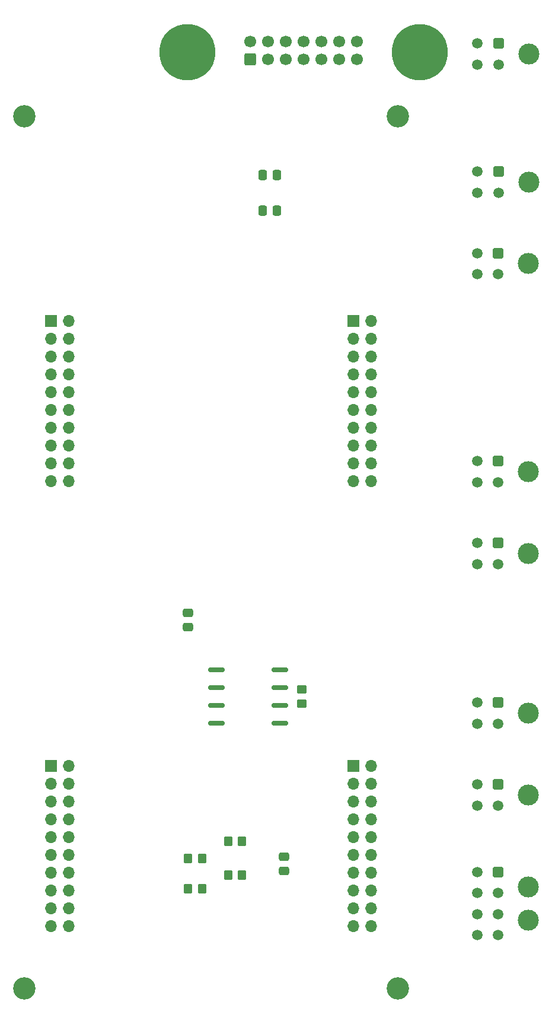
<source format=gbr>
%TF.GenerationSoftware,KiCad,Pcbnew,(6.0.1)*%
%TF.CreationDate,2022-06-02T13:00:42+03:00*%
%TF.ProjectId,Launch-Adapter,4c61756e-6368-42d4-9164-61707465722e,rev?*%
%TF.SameCoordinates,Original*%
%TF.FileFunction,Soldermask,Bot*%
%TF.FilePolarity,Negative*%
%FSLAX46Y46*%
G04 Gerber Fmt 4.6, Leading zero omitted, Abs format (unit mm)*
G04 Created by KiCad (PCBNEW (6.0.1)) date 2022-06-02 13:00:42*
%MOMM*%
%LPD*%
G01*
G04 APERTURE LIST*
G04 Aperture macros list*
%AMRoundRect*
0 Rectangle with rounded corners*
0 $1 Rounding radius*
0 $2 $3 $4 $5 $6 $7 $8 $9 X,Y pos of 4 corners*
0 Add a 4 corners polygon primitive as box body*
4,1,4,$2,$3,$4,$5,$6,$7,$8,$9,$2,$3,0*
0 Add four circle primitives for the rounded corners*
1,1,$1+$1,$2,$3*
1,1,$1+$1,$4,$5*
1,1,$1+$1,$6,$7*
1,1,$1+$1,$8,$9*
0 Add four rect primitives between the rounded corners*
20,1,$1+$1,$2,$3,$4,$5,0*
20,1,$1+$1,$4,$5,$6,$7,0*
20,1,$1+$1,$6,$7,$8,$9,0*
20,1,$1+$1,$8,$9,$2,$3,0*%
G04 Aperture macros list end*
%ADD10C,3.000000*%
%ADD11RoundRect,0.250001X-0.499999X0.499999X-0.499999X-0.499999X0.499999X-0.499999X0.499999X0.499999X0*%
%ADD12C,1.500000*%
%ADD13RoundRect,0.250000X0.600000X-0.600000X0.600000X0.600000X-0.600000X0.600000X-0.600000X-0.600000X0*%
%ADD14C,1.700000*%
%ADD15C,8.000000*%
%ADD16C,3.200000*%
%ADD17R,1.700000X1.700000*%
%ADD18O,1.700000X1.700000*%
%ADD19RoundRect,0.250000X0.350000X0.450000X-0.350000X0.450000X-0.350000X-0.450000X0.350000X-0.450000X0*%
%ADD20RoundRect,0.250000X-0.475000X0.337500X-0.475000X-0.337500X0.475000X-0.337500X0.475000X0.337500X0*%
%ADD21RoundRect,0.250000X0.475000X-0.337500X0.475000X0.337500X-0.475000X0.337500X-0.475000X-0.337500X0*%
%ADD22RoundRect,0.250000X0.337500X0.475000X-0.337500X0.475000X-0.337500X-0.475000X0.337500X-0.475000X0*%
%ADD23RoundRect,0.250000X-0.450000X0.350000X-0.450000X-0.350000X0.450000X-0.350000X0.450000X0.350000X0*%
%ADD24RoundRect,0.162500X-1.012500X-0.162500X1.012500X-0.162500X1.012500X0.162500X-1.012500X0.162500X0*%
G04 APERTURE END LIST*
D10*
%TO.C,J13*%
X131198500Y-25654000D03*
D11*
X126878500Y-24154000D03*
D12*
X126878500Y-27154000D03*
X123878500Y-24154000D03*
X123878500Y-27154000D03*
%TD*%
D13*
%TO.C,J5*%
X91440000Y-26416000D03*
D14*
X91440000Y-23876000D03*
X93980000Y-26416000D03*
X93980000Y-23876000D03*
X96520000Y-26416000D03*
X96520000Y-23876000D03*
X99060000Y-26416000D03*
X99060000Y-23876000D03*
X101600000Y-26416000D03*
X101600000Y-23876000D03*
X104140000Y-26416000D03*
X104140000Y-23876000D03*
X106680000Y-26416000D03*
X106680000Y-23876000D03*
D15*
X115620000Y-25396000D03*
X82500000Y-25396000D03*
%TD*%
D10*
%TO.C,J9*%
X131160000Y-55584000D03*
D11*
X126840000Y-54084000D03*
D12*
X126840000Y-57084000D03*
X123840000Y-54084000D03*
X123840000Y-57084000D03*
%TD*%
D10*
%TO.C,J10*%
X131160000Y-96946000D03*
D11*
X126840000Y-95446000D03*
D12*
X126840000Y-98446000D03*
X123840000Y-95446000D03*
X123840000Y-98446000D03*
%TD*%
D16*
%TO.C,H1*%
X59182000Y-34544000D03*
%TD*%
%TO.C,H2*%
X112522000Y-34544000D03*
%TD*%
D10*
%TO.C,J8*%
X131198500Y-43936000D03*
D11*
X126878500Y-42436000D03*
D12*
X126878500Y-45436000D03*
X123878500Y-42436000D03*
X123878500Y-45436000D03*
%TD*%
D10*
%TO.C,J6*%
X131160000Y-119714000D03*
D11*
X126840000Y-118214000D03*
D12*
X126840000Y-121214000D03*
X123840000Y-118214000D03*
X123840000Y-121214000D03*
%TD*%
D17*
%TO.C,J2*%
X62992000Y-127254000D03*
D18*
X65532000Y-127254000D03*
X62992000Y-129794000D03*
X65532000Y-129794000D03*
X62992000Y-132334000D03*
X65532000Y-132334000D03*
X62992000Y-134874000D03*
X65532000Y-134874000D03*
X62992000Y-137414000D03*
X65532000Y-137414000D03*
X62992000Y-139954000D03*
X65532000Y-139954000D03*
X62992000Y-142494000D03*
X65532000Y-142494000D03*
X62992000Y-145034000D03*
X65532000Y-145034000D03*
X62992000Y-147574000D03*
X65532000Y-147574000D03*
X62992000Y-150114000D03*
X65532000Y-150114000D03*
%TD*%
D16*
%TO.C,H4*%
X59182000Y-159004000D03*
%TD*%
D10*
%TO.C,J12*%
X131160000Y-131398000D03*
D11*
X126840000Y-129898000D03*
D12*
X126840000Y-132898000D03*
X123840000Y-129898000D03*
X123840000Y-132898000D03*
%TD*%
D10*
%TO.C,J11*%
X131160000Y-149252000D03*
X131160000Y-144552000D03*
D11*
X126840000Y-142392000D03*
D12*
X126840000Y-145392000D03*
X126840000Y-148392000D03*
X126840000Y-151392000D03*
X123840000Y-142392000D03*
X123840000Y-145392000D03*
X123840000Y-148392000D03*
X123840000Y-151392000D03*
%TD*%
D17*
%TO.C,J4*%
X106172000Y-127254000D03*
D18*
X108712000Y-127254000D03*
X106172000Y-129794000D03*
X108712000Y-129794000D03*
X106172000Y-132334000D03*
X108712000Y-132334000D03*
X106172000Y-134874000D03*
X108712000Y-134874000D03*
X106172000Y-137414000D03*
X108712000Y-137414000D03*
X106172000Y-139954000D03*
X108712000Y-139954000D03*
X106172000Y-142494000D03*
X108712000Y-142494000D03*
X106172000Y-145034000D03*
X108712000Y-145034000D03*
X106172000Y-147574000D03*
X108712000Y-147574000D03*
X106172000Y-150114000D03*
X108712000Y-150114000D03*
%TD*%
D17*
%TO.C,J3*%
X106172000Y-63754000D03*
D18*
X108712000Y-63754000D03*
X106172000Y-66294000D03*
X108712000Y-66294000D03*
X106172000Y-68834000D03*
X108712000Y-68834000D03*
X106172000Y-71374000D03*
X108712000Y-71374000D03*
X106172000Y-73914000D03*
X108712000Y-73914000D03*
X106172000Y-76454000D03*
X108712000Y-76454000D03*
X106172000Y-78994000D03*
X108712000Y-78994000D03*
X106172000Y-81534000D03*
X108712000Y-81534000D03*
X106172000Y-84074000D03*
X108712000Y-84074000D03*
X106172000Y-86614000D03*
X108712000Y-86614000D03*
%TD*%
D16*
%TO.C,H3*%
X112522000Y-159004000D03*
%TD*%
D10*
%TO.C,J7*%
X131160000Y-85264500D03*
D11*
X126840000Y-83764500D03*
D12*
X126840000Y-86764500D03*
X123840000Y-83764500D03*
X123840000Y-86764500D03*
%TD*%
D17*
%TO.C,J1*%
X62992000Y-63754000D03*
D18*
X65532000Y-63754000D03*
X62992000Y-66294000D03*
X65532000Y-66294000D03*
X62992000Y-68834000D03*
X65532000Y-68834000D03*
X62992000Y-71374000D03*
X65532000Y-71374000D03*
X62992000Y-73914000D03*
X65532000Y-73914000D03*
X62992000Y-76454000D03*
X65532000Y-76454000D03*
X62992000Y-78994000D03*
X65532000Y-78994000D03*
X62992000Y-81534000D03*
X65532000Y-81534000D03*
X62992000Y-84074000D03*
X65532000Y-84074000D03*
X62992000Y-86614000D03*
X65532000Y-86614000D03*
%TD*%
D19*
%TO.C,R23*%
X90281000Y-142875000D03*
X88281000Y-142875000D03*
%TD*%
%TO.C,R24*%
X90281000Y-138049000D03*
X88281000Y-138049000D03*
%TD*%
D20*
%TO.C,C20*%
X82550000Y-105388500D03*
X82550000Y-107463500D03*
%TD*%
D19*
%TO.C,R26*%
X84566000Y-144780000D03*
X82566000Y-144780000D03*
%TD*%
D21*
%TO.C,C4*%
X96266000Y-142283000D03*
X96266000Y-140208000D03*
%TD*%
D22*
%TO.C,C24*%
X95271500Y-42926000D03*
X93196500Y-42926000D03*
%TD*%
D19*
%TO.C,R25*%
X84566000Y-140462000D03*
X82566000Y-140462000D03*
%TD*%
D23*
%TO.C,R3*%
X98759000Y-116348000D03*
X98759000Y-118348000D03*
%TD*%
D22*
%TO.C,C25*%
X95271500Y-48006000D03*
X93196500Y-48006000D03*
%TD*%
D24*
%TO.C,U3*%
X86614000Y-121158000D03*
X86614000Y-118618000D03*
X86614000Y-116078000D03*
X86614000Y-113538000D03*
X95664000Y-113538000D03*
X95664000Y-116078000D03*
X95664000Y-118618000D03*
X95664000Y-121158000D03*
%TD*%
M02*

</source>
